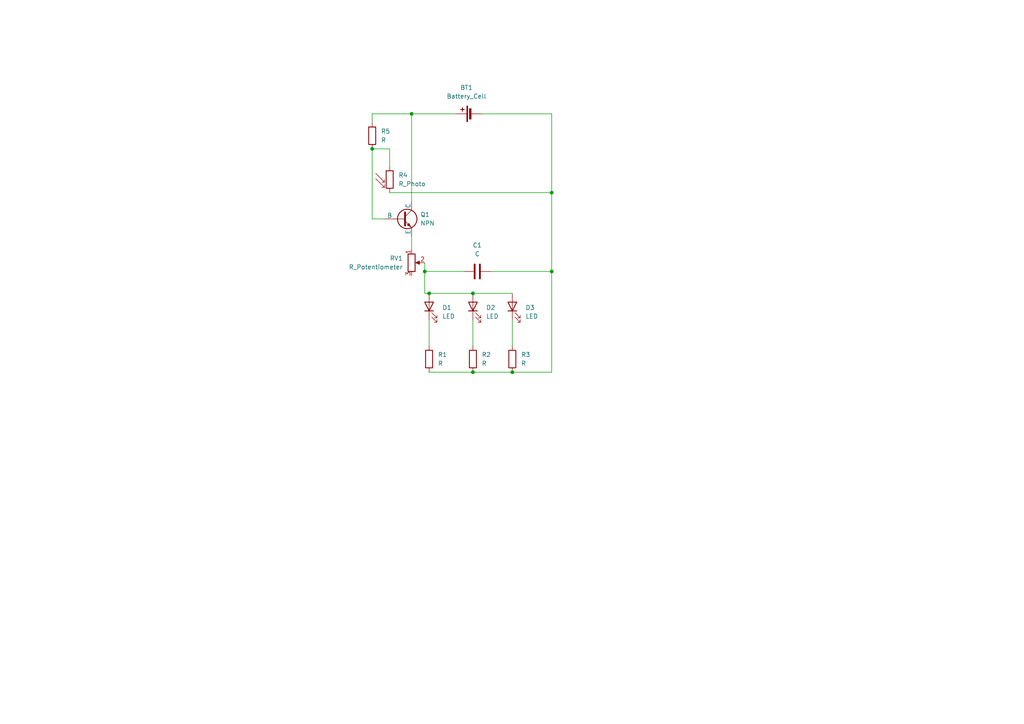
<source format=kicad_sch>
(kicad_sch (version 20250114) (generator "eeschema") (generator_version "9.0")
  (paper "A4")
  (lib_symbols
    (symbol "Device:Battery_Cell" (pin_numbers (hide yes)) (pin_names (offset 0) (hide yes))
      (property "Reference" "BT" (at 2.54 2.54 0))
      (property "Value" "Battery_Cell" (at 2.54 0 0))
      (symbol "Battery_Cell_0_1"
        (rectangle (start -2.286 1.778) (end 2.286 1.524) (fill (type outline)))
        (rectangle (start -1.524 1.016) (end 1.524 0.508) (fill (type outline)))
        (polyline (pts (xy 0 1.778) (xy 0 2.54)))
        (polyline (pts (xy 0 0.762) (xy 0 0)))
        (polyline (pts (xy 0.762 3.048) (xy 1.778 3.048)) (stroke (width 0.254)))
        (polyline (pts (xy 1.27 3.556) (xy 1.27 2.54)) (stroke (width 0.254)))
      )
      (symbol "Battery_Cell_1_1"
        (pin passive line (at 0 5.08 270) (length 2.54) (name "+") (number "1"))
        (pin passive line (at 0 -2.54 90) (length 2.54) (name "-") (number "2"))
      )
    )
    (symbol "Device:C" (pin_numbers (hide yes)) (pin_names (offset 0.254))
      (property "Reference" "C" (at 0.635 2.54 0))
      (property "Value" "C" (at 0.635 -2.54 0))
      (symbol "C_0_1"
        (polyline (pts (xy -2.032 0.762) (xy 2.032 0.762)) (stroke (width 0.508)))
        (polyline (pts (xy -2.032 -0.762) (xy 2.032 -0.762)) (stroke (width 0.508)))
      )
      (symbol "C_1_1"
        (pin passive line (at 0 3.81 270) (length 2.794) (name "~") (number "1"))
        (pin passive line (at 0 -3.81 90) (length 2.794) (name "~") (number "2"))
      )
    )
    (symbol "Device:LED" (pin_numbers (hide yes)) (pin_names (offset 1.016) (hide yes))
      (property "Reference" "D" (at 0 2.54 0))
      (property "Value" "LED" (at 0 -2.54 0))
      (symbol "LED_0_1"
        (polyline (pts (xy -3.048 -0.762) (xy -4.572 -2.286) (xy -3.81 -2.286) (xy -4.572 -2.286) (xy -4.572 -1.524)))
        (polyline (pts (xy -1.778 -0.762) (xy -3.302 -2.286) (xy -2.54 -2.286) (xy -3.302 -2.286) (xy -3.302 -1.524)))
        (polyline (pts (xy -1.27 0) (xy 1.27 0)))
        (polyline (pts (xy -1.27 -1.27) (xy -1.27 1.27)) (stroke (width 0.254)))
        (polyline (pts (xy 1.27 -1.27) (xy 1.27 1.27) (xy -1.27 0) (xy 1.27 -1.27)) (stroke (width 0.254)))
      )
      (symbol "LED_1_1"
        (pin passive line (at -3.81 0 0) (length 2.54) (name "K") (number "1"))
        (pin passive line (at 3.81 0 180) (length 2.54) (name "A") (number "2"))
      )
    )
    (symbol "Device:R" (pin_numbers (hide yes)) (pin_names (offset 0))
      (property "Reference" "R" (at 2.032 0 90))
      (property "Value" "R" (at 0 0 90))
      (symbol "R_0_1"
        (rectangle (start -1.016 -2.54) (end 1.016 2.54) (stroke (width 0.254)))
      )
      (symbol "R_1_1"
        (pin passive line (at 0 3.81 270) (length 1.27) (name "~") (number "1"))
        (pin passive line (at 0 -3.81 90) (length 1.27) (name "~") (number "2"))
      )
    )
    (symbol "Device:R_Photo" (pin_numbers (hide yes)) (pin_names (offset 0))
      (property "Reference" "R" (at 1.27 1.27 0))
      (property "Value" "R_Photo" (at 1.27 0 0))
      (symbol "R_Photo_0_1"
        (polyline (pts (xy -1.524 -0.762) (xy -4.064 1.778)))
        (polyline (pts (xy -1.524 -0.762) (xy -2.286 -0.762)))
        (polyline (pts (xy -1.524 -0.762) (xy -1.524 0)))
        (polyline (pts (xy -1.524 -2.286) (xy -4.064 0.254)))
        (polyline (pts (xy -1.524 -2.286) (xy -2.286 -2.286)))
        (polyline (pts (xy -1.524 -2.286) (xy -1.524 -1.524)))
        (rectangle (start -1.016 2.54) (end 1.016 -2.54) (stroke (width 0.254)))
      )
      (symbol "R_Photo_1_1"
        (pin passive line (at 0 3.81 270) (length 1.27) (name "~") (number "1"))
        (pin passive line (at 0 -3.81 90) (length 1.27) (name "~") (number "2"))
      )
    )
    (symbol "Device:R_Potentiometer" (pin_names (offset 1.016) (hide yes))
      (property "Reference" "RV" (at -4.445 0 90))
      (property "Value" "R_Potentiometer" (at -2.54 0 90))
      (symbol "R_Potentiometer_0_1"
        (rectangle (start 1.016 2.54) (end -1.016 -2.54) (stroke (width 0.254)))
        (polyline (pts (xy 1.143 0) (xy 2.286 0.508) (xy 2.286 -0.508) (xy 1.143 0)) (fill (type outline)))
        (polyline (pts (xy 2.54 0) (xy 1.524 0)))
      )
      (symbol "R_Potentiometer_1_1"
        (pin passive line (at 0 3.81 270) (length 1.27) (name "1") (number "1"))
        (pin passive line (at 0 -3.81 90) (length 1.27) (name "3") (number "3"))
        (pin passive line (at 3.81 0 180) (length 1.27) (name "2") (number "2"))
      )
    )
    (symbol "Simulation_SPICE:NPN" (pin_numbers (hide yes)) (pin_names (offset 0))
      (property "Reference" "Q" (at -2.54 7.62 0))
      (property "Value" "NPN" (at -2.54 5.08 0))
      (symbol "NPN_0_1"
        (polyline (pts (xy -2.54 0) (xy 0.635 0)) (stroke (width 0.1524)))
        (polyline (pts (xy 0.635 1.905) (xy 0.635 -1.905) (xy 0.635 -1.905)) (stroke (width 0.508)))
        (polyline (pts (xy 0.635 0.635) (xy 2.54 2.54)))
        (polyline (pts (xy 0.635 -0.635) (xy 2.54 -2.54) (xy 2.54 -2.54)))
        (circle (center 1.27 0) (radius 2.8194) (stroke (width 0.254)))
        (polyline (pts (xy 1.27 -1.778) (xy 1.778 -1.27) (xy 2.286 -2.286) (xy 1.27 -1.778) (xy 1.27 -1.778)) (fill (type outline)))
        (polyline (pts (xy 2.794 -1.27) (xy 2.794 -1.27)) (stroke (width 0.1524)))
        (polyline (pts (xy 2.794 -1.27) (xy 2.794 -1.27)) (stroke (width 0.1524)))
      )
      (symbol "NPN_1_1"
        (pin input line (at -5.08 0 0) (length 2.54) (name "B") (number "2"))
        (pin open_collector line (at 2.54 5.08 270) (length 2.54) (name "C") (number "1"))
        (pin open_emitter line (at 2.54 -5.08 90) (length 2.54) (name "E") (number "3"))
      )
    )
  )
  (junction (at 148.59 107.95))
  (junction (at 119.38 33.02))
  (junction (at 123.19 78.74))
  (junction (at 160.02 55.88))
  (junction (at 137.16 85.09))
  (junction (at 160.02 78.74))
  (junction (at 107.95 43.18))
  (junction (at 137.16 107.95))
  (junction (at 124.46 85.09))
  (wire (pts (xy 148.59 107.95) (xy 160.02 107.95)))
  (wire (pts (xy 124.46 92.71) (xy 124.46 100.33)))
  (wire (pts (xy 137.16 92.71) (xy 137.16 100.33)))
  (wire (pts (xy 137.16 85.09) (xy 148.59 85.09)))
  (wire (pts (xy 123.19 78.74) (xy 123.19 85.09)))
  (wire (pts (xy 107.95 33.02) (xy 107.95 35.56)))
  (wire (pts (xy 148.59 92.71) (xy 148.59 100.33)))
  (wire (pts (xy 119.38 68.58) (xy 119.38 72.39)))
  (wire (pts (xy 119.38 33.02) (xy 119.38 58.42)))
  (wire (pts (xy 113.03 43.18) (xy 107.95 43.18)))
  (wire (pts (xy 124.46 107.95) (xy 137.16 107.95)))
  (wire (pts (xy 123.19 78.74) (xy 134.62 78.74)))
  (wire (pts (xy 160.02 33.02) (xy 139.7 33.02)))
  (wire (pts (xy 107.95 63.5) (xy 111.76 63.5)))
  (wire (pts (xy 113.03 55.88) (xy 160.02 55.88)))
  (wire (pts (xy 107.95 43.18) (xy 107.95 63.5)))
  (wire (pts (xy 142.24 78.74) (xy 160.02 78.74)))
  (wire (pts (xy 119.38 33.02) (xy 107.95 33.02)))
  (wire (pts (xy 113.03 43.18) (xy 113.03 48.26)))
  (wire (pts (xy 160.02 33.02) (xy 160.02 55.88)))
  (wire (pts (xy 123.19 85.09) (xy 124.46 85.09)))
  (wire (pts (xy 132.08 33.02) (xy 119.38 33.02)))
  (wire (pts (xy 123.19 76.2) (xy 123.19 78.74)))
  (wire (pts (xy 124.46 85.09) (xy 137.16 85.09)))
  (wire (pts (xy 160.02 55.88) (xy 160.02 78.74)))
  (wire (pts (xy 137.16 107.95) (xy 148.59 107.95)))
  (wire (pts (xy 160.02 78.74) (xy 160.02 107.95)))
  (symbol (lib_id "Device:C") (at 138.43 78.74 90) (unit 1)
    (property "Reference" "C1" (at 138.43 71.12 90))
    (property "Value" "C" (at 138.43 73.66 90))
    (property "Footprint" "Capacitor_THT:CP_Radial_D8.0mm_P5.00mm" (effects (hide yes)))
    (property "Description" "Unpolarized capacitor" (effects (hide yes)))
  )
  (symbol (lib_id "Device:LED") (at 148.59 88.9 90) (unit 1)
    (property "Reference" "D3" (at 152.4 89.2174 90) (effects (justify right)))
    (property "Value" "LED" (at 152.4 91.7574 90) (effects (justify right)))
    (property "Footprint" "LED_THT:LED_D5.0mm" (effects (hide yes)))
    (property "Description" "Light emitting diode" (effects (hide yes)))
    (property "Sim.Pins" "1=K 2=A" (effects (hide yes)))
  )
  (symbol (lib_id "Device:R") (at 107.95 39.37 180) (unit 1)
    (property "Reference" "R5" (at 110.49 38.0999 0) (effects (justify right)))
    (property "Value" "R" (at 110.49 40.6399 0) (effects (justify right)))
    (property "Footprint" "Resistor_THT:R_Axial_DIN0207_L6.3mm_D2.5mm_P7.62mm_Horizontal" (effects (hide yes)))
    (property "Description" "Resistor" (effects (hide yes)))
  )
  (symbol (lib_id "Device:R_Photo") (at 113.03 52.07 0) (unit 1)
    (property "Reference" "R4" (at 115.57 50.7999 0) (effects (justify left)))
    (property "Value" "R_Photo" (at 115.57 53.3399 0) (effects (justify left)))
    (property "Footprint" "OptoDevice:R_LDR_5.1x4.3mm_P3.4mm_Vertical" (effects (hide yes)))
    (property "Description" "Photoresistor" (effects (hide yes)))
  )
  (symbol (lib_id "Device:R_Potentiometer") (at 119.38 76.2 0) (unit 1)
    (property "Reference" "RV1" (at 116.84 74.9299 0) (effects (justify right)))
    (property "Value" "R_Potentiometer" (at 116.84 77.4699 0) (effects (justify right)))
    (property "Footprint" "Potentiometer_THT:Potentiometer_Vishay_T73YP_Vertical" (effects (hide yes)))
    (property "Description" "Potentiometer" (effects (hide yes)))
  )
  (symbol (lib_id "Device:LED") (at 137.16 88.9 90) (unit 1)
    (property "Reference" "D2" (at 140.97 89.2174 90) (effects (justify right)))
    (property "Value" "LED" (at 140.97 91.7574 90) (effects (justify right)))
    (property "Footprint" "LED_THT:LED_D5.0mm" (effects (hide yes)))
    (property "Description" "Light emitting diode" (effects (hide yes)))
    (property "Sim.Pins" "1=K 2=A" (effects (hide yes)))
  )
  (symbol (lib_id "Simulation_SPICE:NPN") (at 116.84 63.5 0) (unit 1)
    (property "Reference" "Q1" (at 121.92 62.2299 0) (effects (justify left)))
    (property "Value" "NPN" (at 121.92 64.7699 0) (effects (justify left)))
    (property "Footprint" "Package_TO_SOT_THT:TO-92L_HandSolder" (effects (hide yes)))
    (property "Datasheet" "https://ngspice.sourceforge.io/docs/ngspice-html-manual/manual.xhtml#cha_BJTs" (effects (hide yes)))
    (property "Description" "Bipolar transistor symbol for simulation only, substrate tied to the emitter" (effects (hide yes)))
    (property "Sim.Device" "NPN" (effects (hide yes)))
    (property "Sim.Type" "GUMMELPOON" (effects (hide yes)))
    (property "Sim.Pins" "1=C 2=B 3=E" (effects (hide yes)))
  )
  (symbol (lib_id "Device:R") (at 137.16 104.14 0) (unit 1)
    (property "Reference" "R2" (at 139.7 102.8699 0) (effects (justify left)))
    (property "Value" "R" (at 139.7 105.4099 0) (effects (justify left)))
    (property "Footprint" "Resistor_THT:R_Axial_DIN0207_L6.3mm_D2.5mm_P7.62mm_Horizontal" (effects (hide yes)))
    (property "Description" "Resistor" (effects (hide yes)))
  )
  (symbol (lib_id "Device:R") (at 124.46 104.14 0) (unit 1)
    (property "Reference" "R1" (at 127 102.8699 0) (effects (justify left)))
    (property "Value" "R" (at 127 105.4099 0) (effects (justify left)))
    (property "Footprint" "Resistor_THT:R_Axial_DIN0207_L6.3mm_D2.5mm_P7.62mm_Horizontal" (effects (hide yes)))
    (property "Description" "Resistor" (effects (hide yes)))
  )
  (symbol (lib_id "Device:R") (at 148.59 104.14 0) (unit 1)
    (property "Reference" "R3" (at 151.13 102.8699 0) (effects (justify left)))
    (property "Value" "R" (at 151.13 105.4099 0) (effects (justify left)))
    (property "Footprint" "Resistor_THT:R_Axial_DIN0207_L6.3mm_D2.5mm_P7.62mm_Horizontal" (effects (hide yes)))
    (property "Description" "Resistor" (effects (hide yes)))
  )
  (symbol (lib_id "Device:LED") (at 124.46 88.9 90) (unit 1)
    (property "Reference" "D1" (at 128.27 89.2174 90) (effects (justify right)))
    (property "Value" "LED" (at 128.27 91.7574 90) (effects (justify right)))
    (property "Footprint" "LED_THT:LED_D5.0mm" (effects (hide yes)))
    (property "Description" "Light emitting diode" (effects (hide yes)))
    (property "Sim.Pins" "1=K 2=A" (effects (hide yes)))
  )
  (symbol (lib_id "Device:Battery_Cell") (at 137.16 33.02 90) (unit 1)
    (property "Reference" "BT1" (at 135.3185 25.4 90))
    (property "Value" "Battery_Cell" (at 135.3185 27.94 90))
    (property "Footprint" "Battery:BatteryHolder_Keystone_3034_1x20mm" (effects (hide yes)))
    (property "Description" "Single-cell battery" (effects (hide yes)))
  )
)
</source>
